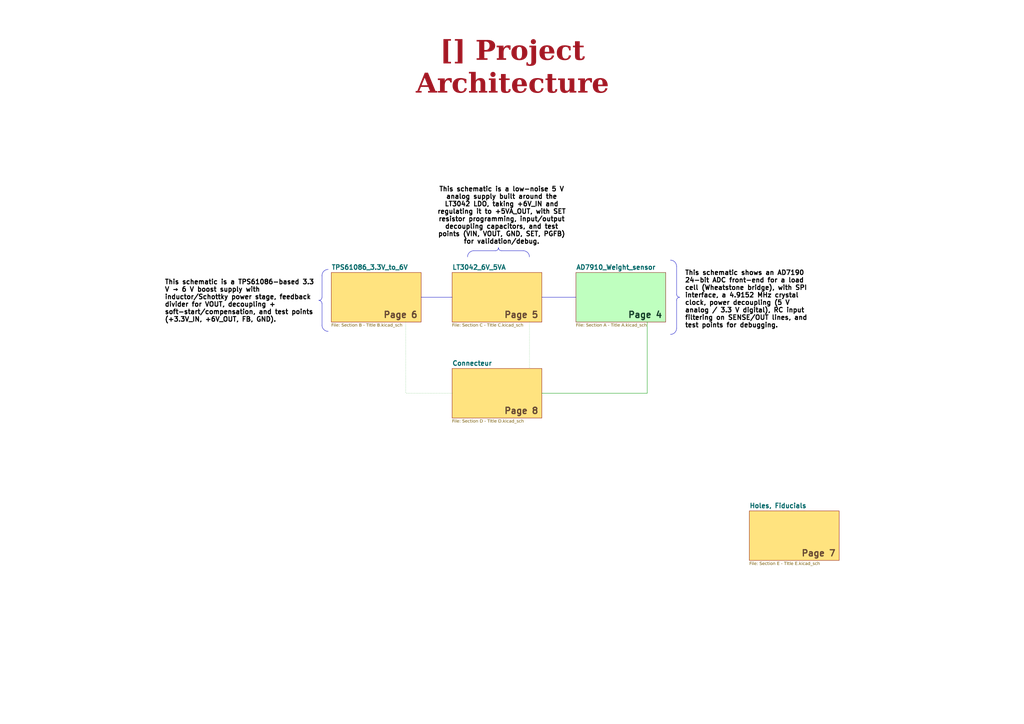
<source format=kicad_sch>
(kicad_sch
	(version 20250114)
	(generator "eeschema")
	(generator_version "9.0")
	(uuid "07236397-3ba4-47af-9809-3faac3a2aa49")
	(paper "A3")
	(title_block
		(title "Project Architecture")
		(date "2025-01-12")
		(rev "${REVISION}")
		(company "${COMPANY}")
	)
	(lib_symbols)
	(arc
		(start 277.495 123.19)
		(mid 277.8699 122.2949)
		(end 278.765 121.92)
		(stroke
			(width 0)
			(type default)
		)
		(fill
			(type none)
		)
		(uuid 13e3bc56-4a98-40ef-8c39-3b21620a792f)
	)
	(arc
		(start 130.79 123.21)
		(mid 131.6851 123.5849)
		(end 132.06 124.48)
		(stroke
			(width 0)
			(type default)
		)
		(fill
			(type none)
		)
		(uuid 19c30b2f-1391-4be0-8a5f-17a3226c0876)
	)
	(arc
		(start 205.72 102.85)
		(mid 204.8249 102.4751)
		(end 204.45 101.58)
		(stroke
			(width 0)
			(type default)
		)
		(fill
			(type none)
		)
		(uuid 32d6cf91-6373-4ea9-8e86-5eeae1771f68)
	)
	(arc
		(start 214.61 102.85)
		(mid 216.4061 103.5939)
		(end 217.15 105.39)
		(stroke
			(width 0)
			(type default)
		)
		(fill
			(type none)
		)
		(uuid 5a9116de-1b49-4c97-93e0-feb96ef1f6ab)
	)
	(arc
		(start 132.06 121.94)
		(mid 131.6851 122.8351)
		(end 130.79 123.21)
		(stroke
			(width 0)
			(type default)
		)
		(fill
			(type none)
		)
		(uuid 5b059745-d833-4f9d-9745-ec7a90904541)
	)
	(arc
		(start 132.06 113.05)
		(mid 132.8039 111.2539)
		(end 134.6 110.51)
		(stroke
			(width 0)
			(type default)
		)
		(fill
			(type none)
		)
		(uuid 62bb3cd5-23b6-4c8e-a8f2-a293aca5d83b)
	)
	(arc
		(start 204.45 101.58)
		(mid 204.0751 102.4751)
		(end 203.18 102.85)
		(stroke
			(width 0)
			(type default)
		)
		(fill
			(type none)
		)
		(uuid 6830cf07-76be-4df2-9c40-eec6a0ac464f)
	)
	(arc
		(start 278.765 121.92)
		(mid 277.8699 121.5451)
		(end 277.495 120.65)
		(stroke
			(width 0)
			(type default)
		)
		(fill
			(type none)
		)
		(uuid 787eda22-1bf9-4d1b-96b2-11995bb2af0f)
	)
	(arc
		(start 274.955 106.68)
		(mid 276.7452 107.4298)
		(end 277.495 109.22)
		(stroke
			(width 0)
			(type default)
		)
		(fill
			(type none)
		)
		(uuid 7c454724-851d-42c5-8823-df570c1fc5eb)
	)
	(arc
		(start 134.6 135.91)
		(mid 132.8098 135.1602)
		(end 132.06 133.37)
		(stroke
			(width 0)
			(type default)
		)
		(fill
			(type none)
		)
		(uuid 94ad6bc3-4505-4c4a-89fc-83d0c51dd562)
	)
	(arc
		(start 191.75 105.39)
		(mid 192.4998 103.5998)
		(end 194.29 102.85)
		(stroke
			(width 0)
			(type default)
		)
		(fill
			(type none)
		)
		(uuid b3f34c04-123a-4105-9499-4cc1d0841b6b)
	)
	(arc
		(start 277.495 134.62)
		(mid 276.7511 136.4161)
		(end 274.955 137.16)
		(stroke
			(width 0)
			(type default)
		)
		(fill
			(type none)
		)
		(uuid fda911f3-adb3-4abb-981f-a877a93c831b)
	)
	(text "Page 8"
		(exclude_from_sim no)
		(at 220.98 170.18 0)
		(effects
			(font
				(size 2.54 2.54)
				(bold yes)
				(color 100 70 50 1)
			)
			(justify right bottom)
			(href "#8")
		)
		(uuid "1a19be72-905c-4256-b655-137336d5cb5f")
	)
	(text "Page 5"
		(exclude_from_sim no)
		(at 220.98 130.81 0)
		(effects
			(font
				(size 2.54 2.54)
				(bold yes)
				(color 100 70 50 1)
			)
			(justify right bottom)
			(href "#5")
		)
		(uuid "b60ecde0-2a85-4071-a728-47148cd80779")
	)
	(text "Page 6"
		(exclude_from_sim no)
		(at 171.45 130.81 0)
		(effects
			(font
				(size 2.54 2.54)
				(bold yes)
				(color 100 70 50 1)
			)
			(justify right bottom)
			(href "#6")
		)
		(uuid "c4ffa47c-7d20-4f9b-8b2e-cdd38fed0cf3")
	)
	(text "Page 7"
		(exclude_from_sim no)
		(at 342.9 228.6 0)
		(effects
			(font
				(size 2.54 2.54)
				(bold yes)
				(color 100 70 50 1)
			)
			(justify right bottom)
			(href "#7")
		)
		(uuid "cfa68ec2-eb5d-4fe1-b988-e6d8ff6b1659")
	)
	(text "Page 4"
		(exclude_from_sim no)
		(at 271.78 130.81 0)
		(effects
			(font
				(size 2.54 2.54)
				(bold yes)
				(color 20 60 40 1)
			)
			(justify right bottom)
			(href "#4")
		)
		(uuid "f04f874a-d252-4474-87f2-c34bbb094a4c")
	)
	(text_box "This schematic is a TPS61086-based 3.3 V → 6 V boost supply with inductor/Schottky power stage, feedback divider for VOUT, decoupling + soft-start/compensation, and test points (+3.3V_IN, +6V_OUT, FB, GND)."
		(exclude_from_sim no)
		(at 66.04 113.01 0)
		(size 64.77 12.72)
		(margins 1.4287 1.4287 1.4287 1.4287)
		(stroke
			(width -0.0001)
			(type solid)
		)
		(fill
			(type none)
		)
		(effects
			(font
				(size 1.905 1.905)
				(thickness 0.381)
				(bold yes)
				(color 0 0 0 1)
			)
			(justify left top)
		)
		(uuid "631cc992-1e6e-4a87-a84d-c4d64535fb2a")
	)
	(text_box "This schematic shows an AD7190 24-bit ADC front-end for a load cell (Wheatstone bridge), with SPI interface, a 4.9152 MHz crystal clock, power decoupling (5 V analog / 3.3 V digital), RC input filtering on SENSE/OUT lines, and test points for debugging."
		(exclude_from_sim no)
		(at 279.4 109.22 0)
		(size 53.34 5.08)
		(margins 1.4287 1.4287 1.4287 1.4287)
		(stroke
			(width -0.0001)
			(type solid)
		)
		(fill
			(type none)
		)
		(effects
			(font
				(size 1.905 1.905)
				(thickness 0.381)
				(bold yes)
				(color 0 0 0 1)
			)
			(justify left top)
		)
		(uuid "971f0c48-6726-412d-badf-cee82cbffedd")
	)
	(text_box "This schematic is a low-noise 5 V analog supply built around the LT3042 LDO, taking +6V_IN and regulating it to +5VA_OUT, with SET resistor programming, input/output decoupling capacitors, and test points (VIN, VOUT, GND, SET, PGFB) for validation/debug."
		(exclude_from_sim no)
		(at 176.53 74.91 0)
		(size 58.42 5.1)
		(margins 1.4287 1.4287 1.4287 1.4287)
		(stroke
			(width -0.0001)
			(type solid)
		)
		(fill
			(type none)
		)
		(effects
			(font
				(size 1.905 1.905)
				(thickness 0.381)
				(bold yes)
				(color 0 0 0 1)
			)
			(justify top)
		)
		(uuid "97bb5e92-ab26-4907-9b80-08d49465fc86")
	)
	(text_box "[${#}] ${TITLE}"
		(exclude_from_sim no)
		(at 144.78 21.59 0)
		(size 130.81 12.7)
		(margins 5.9999 5.9999 5.9999 5.9999)
		(stroke
			(width -0.0001)
			(type default)
		)
		(fill
			(type none)
		)
		(effects
			(font
				(face "Times New Roman")
				(size 8 8)
				(thickness 1.2)
				(bold yes)
				(color 162 22 34 1)
			)
		)
		(uuid "f4789478-c68e-4cee-9edd-5d11b744f94d")
	)
	(polyline
		(pts
			(xy 194.31 102.87) (xy 203.2 102.87)
		)
		(stroke
			(width 0)
			(type default)
		)
		(uuid "0b85ae34-9568-4e79-ac77-6fc6aae1f440")
	)
	(polyline
		(pts
			(xy 172.72 121.92) (xy 185.42 121.92)
		)
		(stroke
			(width 0)
			(type default)
		)
		(uuid "11ef73c0-4959-40e8-98fb-4e8f1f31a498")
	)
	(wire
		(pts
			(xy 185.42 161.29) (xy 166.37 161.29)
		)
		(stroke
			(width 0)
			(type dot)
		)
		(uuid "1ac6a449-9b78-4137-972f-6d459cb5e1cc")
	)
	(wire
		(pts
			(xy 166.37 132.08) (xy 166.37 161.29)
		)
		(stroke
			(width 0)
			(type dot)
		)
		(uuid "1c421dc5-c2b6-4b0d-bbb4-a2f7fde61a54")
	)
	(wire
		(pts
			(xy 217.17 132.08) (xy 217.17 151.13)
		)
		(stroke
			(width 0)
			(type dot)
		)
		(uuid "2f7341da-9174-487e-9f6b-fd9dfb1739d4")
	)
	(polyline
		(pts
			(xy 277.495 120.65) (xy 277.495 109.22)
		)
		(stroke
			(width 0)
			(type default)
		)
		(uuid "8b678fb1-fee7-4461-95f7-7f383f478fdc")
	)
	(polyline
		(pts
			(xy 132.08 121.92) (xy 132.08 113.03)
		)
		(stroke
			(width 0)
			(type default)
		)
		(uuid "8c7de816-3d34-497f-b0c8-22f80559d2d8")
	)
	(polyline
		(pts
			(xy 277.495 123.19) (xy 277.495 134.62)
		)
		(stroke
			(width 0)
			(type default)
		)
		(uuid "903e49b2-1b5d-4317-a33b-adfda1594a88")
	)
	(polyline
		(pts
			(xy 222.25 121.92) (xy 236.22 121.92)
		)
		(stroke
			(width 0)
			(type default)
		)
		(uuid "94fd76c8-c682-43aa-9635-81f0fa885a1b")
	)
	(polyline
		(pts
			(xy 132.08 133.35) (xy 132.08 124.46)
		)
		(stroke
			(width 0)
			(type default)
		)
		(uuid "9543d363-0f36-4c41-97bc-b97723f48818")
	)
	(polyline
		(pts
			(xy 205.74 102.87) (xy 214.63 102.87)
		)
		(stroke
			(width 0)
			(type default)
		)
		(uuid "c1d057ac-a252-4ab6-872b-14ee4b112d5f")
	)
	(wire
		(pts
			(xy 222.25 161.29) (xy 265.43 161.29)
		)
		(stroke
			(width 0)
			(type default)
		)
		(uuid "c7757be5-73f2-4ffb-9b37-5a18edad625f")
	)
	(wire
		(pts
			(xy 265.43 132.08) (xy 265.43 161.29)
		)
		(stroke
			(width 0)
			(type default)
		)
		(uuid "d747b3e0-72c6-400d-ae09-c78003d214fa")
	)
	(sheet
		(at 307.34 209.55)
		(size 36.83 20.32)
		(exclude_from_sim no)
		(in_bom yes)
		(on_board yes)
		(dnp no)
		(fields_autoplaced yes)
		(stroke
			(width 0.1524)
			(type solid)
		)
		(fill
			(color 255 200 0 0.5020)
		)
		(uuid "35ce4035-3b3b-4514-9c4f-75699da381c4")
		(property "Sheetname" "Holes, Fiducials"
			(at 307.34 208.5209 0)
			(effects
				(font
					(size 1.905 1.905)
					(bold yes)
				)
				(justify left bottom)
			)
		)
		(property "Sheetfile" "Section E - TItle E.kicad_sch"
			(at 307.34 230.4546 0)
			(effects
				(font
					(face "Arial")
					(size 1.27 1.27)
				)
				(justify left top)
			)
		)
		(instances
			(project "Cellule_de_force_V2"
				(path "/f9e05184-c88b-4a88-ae9c-ab2bdb32be7c/c5103ceb-5325-4a84-a025-9638a412984e"
					(page "7")
				)
			)
		)
	)
	(sheet
		(at 135.89 111.76)
		(size 36.83 20.32)
		(exclude_from_sim no)
		(in_bom yes)
		(on_board yes)
		(dnp no)
		(fields_autoplaced yes)
		(stroke
			(width 0.1524)
			(type solid)
		)
		(fill
			(color 255 200 0 0.5020)
		)
		(uuid "d6110ee2-516c-48c1-b80a-d0f1701ed49f")
		(property "Sheetname" "TPS61086_3.3V_to_6V"
			(at 135.89 110.7309 0)
			(effects
				(font
					(size 1.905 1.905)
					(bold yes)
				)
				(justify left bottom)
			)
		)
		(property "Sheetfile" "Section B - TItle B.kicad_sch"
			(at 135.89 132.6646 0)
			(effects
				(font
					(face "Arial")
					(size 1.27 1.27)
				)
				(justify left top)
			)
		)
		(instances
			(project "Cellule_de_force_V2"
				(path "/f9e05184-c88b-4a88-ae9c-ab2bdb32be7c/c5103ceb-5325-4a84-a025-9638a412984e"
					(page "6")
				)
			)
		)
	)
	(sheet
		(at 185.42 151.13)
		(size 36.83 20.32)
		(exclude_from_sim no)
		(in_bom yes)
		(on_board yes)
		(dnp no)
		(fields_autoplaced yes)
		(stroke
			(width 0.1524)
			(type solid)
		)
		(fill
			(color 255 200 0 0.5020)
		)
		(uuid "ddd4b387-4aa4-48c3-b079-ffb0beb645d3")
		(property "Sheetname" "Connecteur"
			(at 185.42 150.1009 0)
			(effects
				(font
					(size 1.905 1.905)
					(bold yes)
				)
				(justify left bottom)
			)
		)
		(property "Sheetfile" "Section D - TItle D.kicad_sch"
			(at 185.42 172.0346 0)
			(effects
				(font
					(face "Arial")
					(size 1.27 1.27)
				)
				(justify left top)
			)
		)
		(instances
			(project "Cellule_de_force_V2"
				(path "/f9e05184-c88b-4a88-ae9c-ab2bdb32be7c/c5103ceb-5325-4a84-a025-9638a412984e"
					(page "8")
				)
			)
		)
	)
	(sheet
		(at 185.42 111.76)
		(size 36.83 20.32)
		(exclude_from_sim no)
		(in_bom yes)
		(on_board yes)
		(dnp no)
		(fields_autoplaced yes)
		(stroke
			(width 0.1524)
			(type solid)
		)
		(fill
			(color 255 200 0 0.5020)
		)
		(uuid "e744f3ce-03a6-44a6-8792-1447ef232b9a")
		(property "Sheetname" "LT3042_6V_5VA"
			(at 185.42 110.7309 0)
			(effects
				(font
					(size 1.905 1.905)
					(bold yes)
				)
				(justify left bottom)
			)
		)
		(property "Sheetfile" "Section C - TItle C.kicad_sch"
			(at 185.42 132.6646 0)
			(effects
				(font
					(face "Arial")
					(size 1.27 1.27)
				)
				(justify left top)
			)
		)
		(instances
			(project "Cellule_de_force_V2"
				(path "/f9e05184-c88b-4a88-ae9c-ab2bdb32be7c/c5103ceb-5325-4a84-a025-9638a412984e"
					(page "5")
				)
			)
		)
	)
	(sheet
		(at 236.22 111.76)
		(size 36.83 20.32)
		(exclude_from_sim no)
		(in_bom yes)
		(on_board yes)
		(dnp no)
		(fields_autoplaced yes)
		(stroke
			(width 0.1524)
			(type solid)
		)
		(fill
			(color 128 255 128 0.5000)
		)
		(uuid "f06537ee-772d-44d3-8c50-e0ba41038c9c")
		(property "Sheetname" "AD7910_Weight_sensor"
			(at 236.22 110.7309 0)
			(effects
				(font
					(size 1.905 1.905)
					(bold yes)
				)
				(justify left bottom)
			)
		)
		(property "Sheetfile" "Section A - Title A.kicad_sch"
			(at 236.22 132.6646 0)
			(effects
				(font
					(face "Arial")
					(size 1.27 1.27)
				)
				(justify left top)
			)
		)
		(instances
			(project "Cellule_de_force_V2"
				(path "/f9e05184-c88b-4a88-ae9c-ab2bdb32be7c/c5103ceb-5325-4a84-a025-9638a412984e"
					(page "4")
				)
			)
		)
	)
)

</source>
